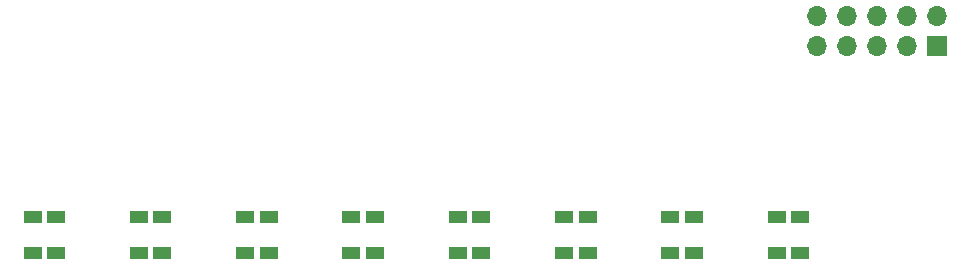
<source format=gts>
G04 #@! TF.GenerationSoftware,KiCad,Pcbnew,(5.1.6-0-10_14)*
G04 #@! TF.CreationDate,2021-01-14T22:31:30+09:00*
G04 #@! TF.ProjectId,qPCR-photoarray-series,71504352-2d70-4686-9f74-6f6172726179,rev?*
G04 #@! TF.SameCoordinates,Original*
G04 #@! TF.FileFunction,Soldermask,Top*
G04 #@! TF.FilePolarity,Negative*
%FSLAX46Y46*%
G04 Gerber Fmt 4.6, Leading zero omitted, Abs format (unit mm)*
G04 Created by KiCad (PCBNEW (5.1.6-0-10_14)) date 2021-01-14 22:31:30*
%MOMM*%
%LPD*%
G01*
G04 APERTURE LIST*
%ADD10O,1.700000X1.700000*%
%ADD11R,1.700000X1.700000*%
%ADD12R,1.600000X1.000000*%
G04 APERTURE END LIST*
D10*
G04 #@! TO.C,U1*
X182935000Y-89460000D03*
X182935000Y-92000000D03*
X185475000Y-89460000D03*
X185475000Y-92000000D03*
X188015000Y-89460000D03*
X188015000Y-92000000D03*
X190555000Y-89460000D03*
X190555000Y-92000000D03*
X193095000Y-89460000D03*
D11*
X193095000Y-92000000D03*
G04 #@! TD*
D12*
G04 #@! TO.C,D10*
X154500000Y-106500000D03*
X154500000Y-109500000D03*
G04 #@! TD*
G04 #@! TO.C,D4*
X127500000Y-106500000D03*
X127500000Y-109500000D03*
G04 #@! TD*
G04 #@! TO.C,D2*
X118500000Y-106500000D03*
X118500000Y-109500000D03*
G04 #@! TD*
G04 #@! TO.C,D1*
X116500000Y-106500000D03*
X116500000Y-109500000D03*
G04 #@! TD*
G04 #@! TO.C,D3*
X125500000Y-106500000D03*
X125500000Y-109500000D03*
G04 #@! TD*
G04 #@! TO.C,D5*
X134500000Y-106500000D03*
X134500000Y-109500000D03*
G04 #@! TD*
G04 #@! TO.C,D6*
X136500000Y-106500000D03*
X136500000Y-109500000D03*
G04 #@! TD*
G04 #@! TO.C,D7*
X143500000Y-106500000D03*
X143500000Y-109500000D03*
G04 #@! TD*
G04 #@! TO.C,D8*
X145500000Y-106500000D03*
X145500000Y-109500000D03*
G04 #@! TD*
G04 #@! TO.C,D9*
X152500000Y-106500000D03*
X152500000Y-109500000D03*
G04 #@! TD*
G04 #@! TO.C,D11*
X161500000Y-106500000D03*
X161500000Y-109500000D03*
G04 #@! TD*
G04 #@! TO.C,D12*
X163500000Y-106500000D03*
X163500000Y-109500000D03*
G04 #@! TD*
G04 #@! TO.C,D13*
X170500000Y-106500000D03*
X170500000Y-109500000D03*
G04 #@! TD*
G04 #@! TO.C,D14*
X172500000Y-106500000D03*
X172500000Y-109500000D03*
G04 #@! TD*
G04 #@! TO.C,D15*
X179500000Y-106500000D03*
X179500000Y-109500000D03*
G04 #@! TD*
G04 #@! TO.C,D16*
X181500000Y-106500000D03*
X181500000Y-109500000D03*
G04 #@! TD*
M02*

</source>
